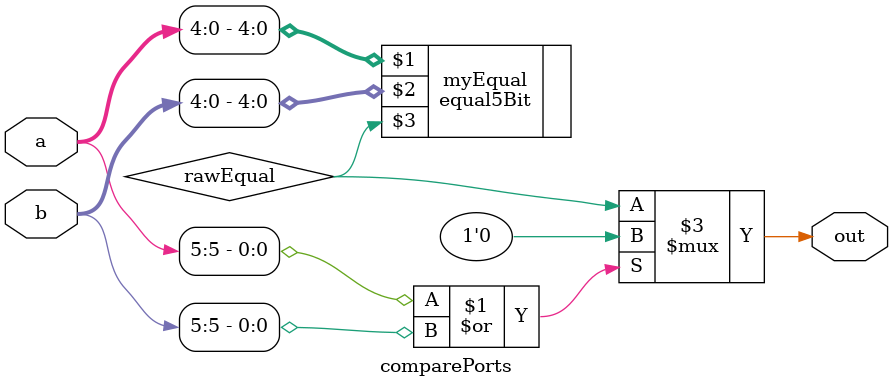
<source format=v>
module comparePorts(a, b, out);
	input[5:0] a, b;
	output out;
	
	wire doCare, rawEqual;
	nor norGate(doCare, a[5], b[5]);
	equal5Bit myEqual(a[4:0], b[4:0], rawEqual);
	
	assign out = doCare ? rawEqual : 1'b0;

endmodule

</source>
